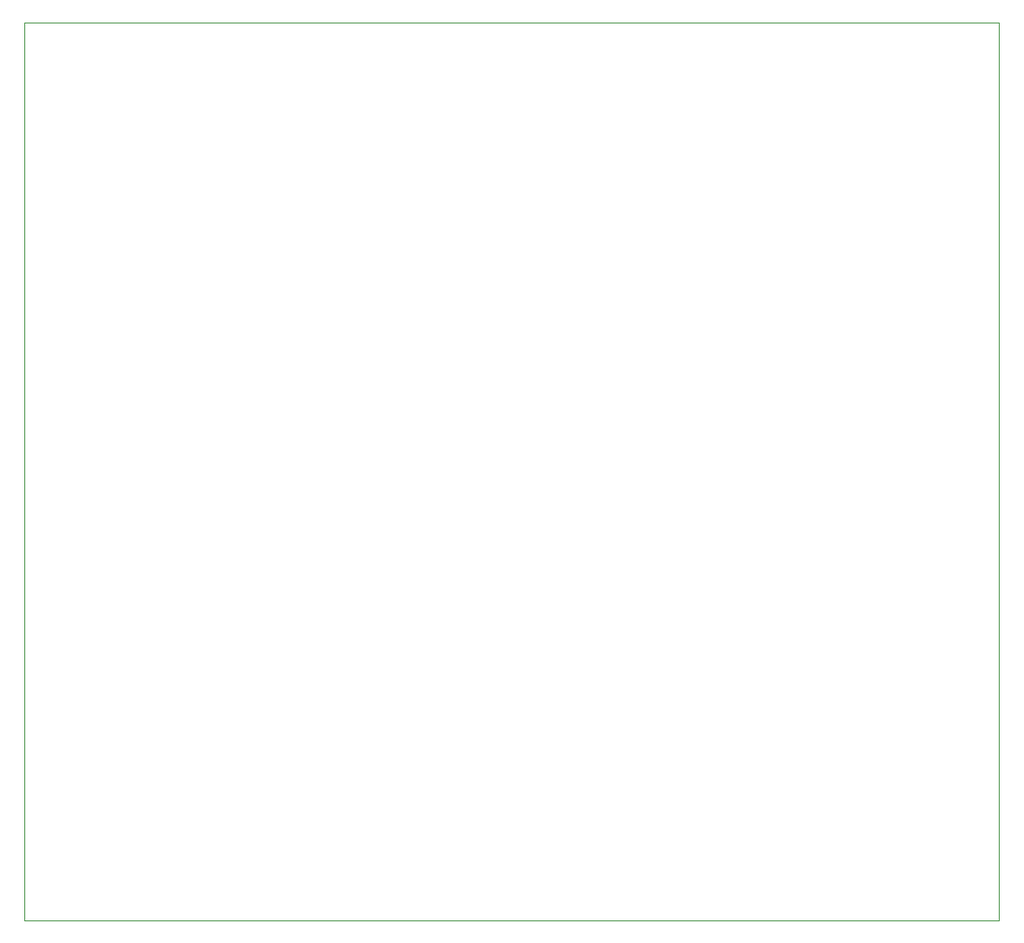
<source format=gbr>
%TF.GenerationSoftware,KiCad,Pcbnew,(5.1.5)-3*%
%TF.CreationDate,2020-07-28T11:43:05+08:00*%
%TF.ProjectId,2in1kicad,32696e31-6b69-4636-9164-2e6b69636164,rev?*%
%TF.SameCoordinates,Original*%
%TF.FileFunction,Profile,NP*%
%FSLAX46Y46*%
G04 Gerber Fmt 4.6, Leading zero omitted, Abs format (unit mm)*
G04 Created by KiCad (PCBNEW (5.1.5)-3) date 2020-07-28 11:43:05*
%MOMM*%
%LPD*%
G04 APERTURE LIST*
%ADD10C,0.050000*%
G04 APERTURE END LIST*
D10*
X30000000Y-35000000D02*
X32500000Y-35000000D01*
X30000000Y-122500000D02*
X30000000Y-35000000D01*
X125000000Y-122500000D02*
X30000000Y-122500000D01*
X125000000Y-35000000D02*
X125000000Y-122500000D01*
X32500000Y-35000000D02*
X125000000Y-35000000D01*
M02*

</source>
